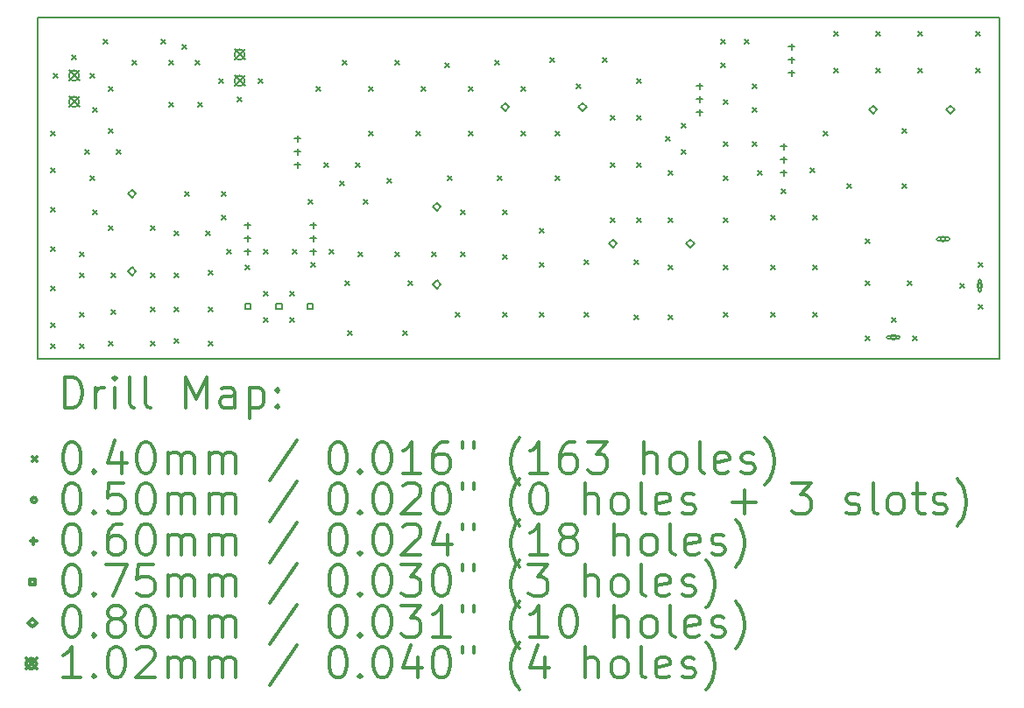
<source format=gbr>
%FSLAX45Y45*%
G04 Gerber Fmt 4.5, Leading zero omitted, Abs format (unit mm)*
G04 Created by KiCad (PCBNEW 4.0.1-stable) date 1/7/2016 8:57:13 PM*
%MOMM*%
G01*
G04 APERTURE LIST*
%ADD10C,0.127000*%
%ADD11C,0.150000*%
%ADD12C,0.200000*%
%ADD13C,0.300000*%
G04 APERTURE END LIST*
D10*
D11*
X2362200Y-12141200D02*
X8280400Y-12141200D01*
X2362200Y-12014200D02*
X2362200Y-12141200D01*
X2362200Y-8839200D02*
X2362200Y-12014200D01*
X11658600Y-8839200D02*
X2362200Y-8839200D01*
X11658600Y-12141200D02*
X11658600Y-8839200D01*
X8280400Y-12141200D02*
X11658600Y-12141200D01*
D12*
X2494600Y-9936800D02*
X2534600Y-9976800D01*
X2534600Y-9936800D02*
X2494600Y-9976800D01*
X2494600Y-10292400D02*
X2534600Y-10332400D01*
X2534600Y-10292400D02*
X2494600Y-10332400D01*
X2494600Y-10673400D02*
X2534600Y-10713400D01*
X2534600Y-10673400D02*
X2494600Y-10713400D01*
X2494600Y-11054400D02*
X2534600Y-11094400D01*
X2534600Y-11054400D02*
X2494600Y-11094400D01*
X2494600Y-11435400D02*
X2534600Y-11475400D01*
X2534600Y-11435400D02*
X2494600Y-11475400D01*
X2494600Y-11791000D02*
X2534600Y-11831000D01*
X2534600Y-11791000D02*
X2494600Y-11831000D01*
X2494600Y-11994200D02*
X2534600Y-12034200D01*
X2534600Y-11994200D02*
X2494600Y-12034200D01*
X2520000Y-9378000D02*
X2560000Y-9418000D01*
X2560000Y-9378000D02*
X2520000Y-9418000D01*
X2697800Y-9200200D02*
X2737800Y-9240200D01*
X2737800Y-9200200D02*
X2697800Y-9240200D01*
X2774000Y-11105200D02*
X2814000Y-11145200D01*
X2814000Y-11105200D02*
X2774000Y-11145200D01*
X2774000Y-11308400D02*
X2814000Y-11348400D01*
X2814000Y-11308400D02*
X2774000Y-11348400D01*
X2774000Y-11689400D02*
X2814000Y-11729400D01*
X2814000Y-11689400D02*
X2774000Y-11729400D01*
X2774000Y-11994200D02*
X2814000Y-12034200D01*
X2814000Y-11994200D02*
X2774000Y-12034200D01*
X2824800Y-10114600D02*
X2864800Y-10154600D01*
X2864800Y-10114600D02*
X2824800Y-10154600D01*
X2875600Y-9378000D02*
X2915600Y-9418000D01*
X2915600Y-9378000D02*
X2875600Y-9418000D01*
X2875600Y-10368600D02*
X2915600Y-10408600D01*
X2915600Y-10368600D02*
X2875600Y-10408600D01*
X2901000Y-9708200D02*
X2941000Y-9748200D01*
X2941000Y-9708200D02*
X2901000Y-9748200D01*
X2901000Y-10698800D02*
X2941000Y-10738800D01*
X2941000Y-10698800D02*
X2901000Y-10738800D01*
X3002600Y-9047800D02*
X3042600Y-9087800D01*
X3042600Y-9047800D02*
X3002600Y-9087800D01*
X3053400Y-9505000D02*
X3093400Y-9545000D01*
X3093400Y-9505000D02*
X3053400Y-9545000D01*
X3053400Y-9911400D02*
X3093400Y-9951400D01*
X3093400Y-9911400D02*
X3053400Y-9951400D01*
X3053400Y-10851200D02*
X3093400Y-10891200D01*
X3093400Y-10851200D02*
X3053400Y-10891200D01*
X3053400Y-11968800D02*
X3093400Y-12008800D01*
X3093400Y-11968800D02*
X3053400Y-12008800D01*
X3078800Y-11308400D02*
X3118800Y-11348400D01*
X3118800Y-11308400D02*
X3078800Y-11348400D01*
X3078800Y-11664000D02*
X3118800Y-11704000D01*
X3118800Y-11664000D02*
X3078800Y-11704000D01*
X3129600Y-10114600D02*
X3169600Y-10154600D01*
X3169600Y-10114600D02*
X3129600Y-10154600D01*
X3282000Y-9251000D02*
X3322000Y-9291000D01*
X3322000Y-9251000D02*
X3282000Y-9291000D01*
X3459800Y-10851200D02*
X3499800Y-10891200D01*
X3499800Y-10851200D02*
X3459800Y-10891200D01*
X3459800Y-11308400D02*
X3499800Y-11348400D01*
X3499800Y-11308400D02*
X3459800Y-11348400D01*
X3459800Y-11638600D02*
X3499800Y-11678600D01*
X3499800Y-11638600D02*
X3459800Y-11678600D01*
X3459800Y-11968800D02*
X3499800Y-12008800D01*
X3499800Y-11968800D02*
X3459800Y-12008800D01*
X3561400Y-9047800D02*
X3601400Y-9087800D01*
X3601400Y-9047800D02*
X3561400Y-9087800D01*
X3637600Y-9251000D02*
X3677600Y-9291000D01*
X3677600Y-9251000D02*
X3637600Y-9291000D01*
X3637600Y-9657400D02*
X3677600Y-9697400D01*
X3677600Y-9657400D02*
X3637600Y-9697400D01*
X3688400Y-10902000D02*
X3728400Y-10942000D01*
X3728400Y-10902000D02*
X3688400Y-10942000D01*
X3688400Y-11308400D02*
X3728400Y-11348400D01*
X3728400Y-11308400D02*
X3688400Y-11348400D01*
X3688400Y-11638600D02*
X3728400Y-11678600D01*
X3728400Y-11638600D02*
X3688400Y-11678600D01*
X3688400Y-11943400D02*
X3728400Y-11983400D01*
X3728400Y-11943400D02*
X3688400Y-11983400D01*
X3764600Y-9098600D02*
X3804600Y-9138600D01*
X3804600Y-9098600D02*
X3764600Y-9138600D01*
X3790000Y-10521000D02*
X3830000Y-10561000D01*
X3830000Y-10521000D02*
X3790000Y-10561000D01*
X3891600Y-9251000D02*
X3931600Y-9291000D01*
X3931600Y-9251000D02*
X3891600Y-9291000D01*
X3917000Y-9657400D02*
X3957000Y-9697400D01*
X3957000Y-9657400D02*
X3917000Y-9697400D01*
X3993200Y-10902000D02*
X4033200Y-10942000D01*
X4033200Y-10902000D02*
X3993200Y-10942000D01*
X4018600Y-11283000D02*
X4058600Y-11323000D01*
X4058600Y-11283000D02*
X4018600Y-11323000D01*
X4018600Y-11638600D02*
X4058600Y-11678600D01*
X4058600Y-11638600D02*
X4018600Y-11678600D01*
X4018600Y-11968800D02*
X4058600Y-12008800D01*
X4058600Y-11968800D02*
X4018600Y-12008800D01*
X4120200Y-9428800D02*
X4160200Y-9468800D01*
X4160200Y-9428800D02*
X4120200Y-9468800D01*
X4145600Y-10521000D02*
X4185600Y-10561000D01*
X4185600Y-10521000D02*
X4145600Y-10561000D01*
X4145600Y-10749600D02*
X4185600Y-10789600D01*
X4185600Y-10749600D02*
X4145600Y-10789600D01*
X4196400Y-11079800D02*
X4236400Y-11119800D01*
X4236400Y-11079800D02*
X4196400Y-11119800D01*
X4298000Y-9606600D02*
X4338000Y-9646600D01*
X4338000Y-9606600D02*
X4298000Y-9646600D01*
X4374200Y-11232200D02*
X4414200Y-11272200D01*
X4414200Y-11232200D02*
X4374200Y-11272200D01*
X4501200Y-9428800D02*
X4541200Y-9468800D01*
X4541200Y-9428800D02*
X4501200Y-9468800D01*
X4552000Y-11079800D02*
X4592000Y-11119800D01*
X4592000Y-11079800D02*
X4552000Y-11119800D01*
X4552000Y-11486200D02*
X4592000Y-11526200D01*
X4592000Y-11486200D02*
X4552000Y-11526200D01*
X4552000Y-11740200D02*
X4592000Y-11780200D01*
X4592000Y-11740200D02*
X4552000Y-11780200D01*
X4806000Y-11486200D02*
X4846000Y-11526200D01*
X4846000Y-11486200D02*
X4806000Y-11526200D01*
X4806000Y-11740200D02*
X4846000Y-11780200D01*
X4846000Y-11740200D02*
X4806000Y-11780200D01*
X4831400Y-11079800D02*
X4871400Y-11119800D01*
X4871400Y-11079800D02*
X4831400Y-11119800D01*
X4983800Y-10597200D02*
X5023800Y-10637200D01*
X5023800Y-10597200D02*
X4983800Y-10637200D01*
X5009200Y-11206800D02*
X5049200Y-11246800D01*
X5049200Y-11206800D02*
X5009200Y-11246800D01*
X5060000Y-9505000D02*
X5100000Y-9545000D01*
X5100000Y-9505000D02*
X5060000Y-9545000D01*
X5136200Y-10241600D02*
X5176200Y-10281600D01*
X5176200Y-10241600D02*
X5136200Y-10281600D01*
X5187000Y-11079800D02*
X5227000Y-11119800D01*
X5227000Y-11079800D02*
X5187000Y-11119800D01*
X5288600Y-10419400D02*
X5328600Y-10459400D01*
X5328600Y-10419400D02*
X5288600Y-10459400D01*
X5314000Y-9251000D02*
X5354000Y-9291000D01*
X5354000Y-9251000D02*
X5314000Y-9291000D01*
X5339400Y-11384600D02*
X5379400Y-11424600D01*
X5379400Y-11384600D02*
X5339400Y-11424600D01*
X5364800Y-11867200D02*
X5404800Y-11907200D01*
X5404800Y-11867200D02*
X5364800Y-11907200D01*
X5441000Y-10241600D02*
X5481000Y-10281600D01*
X5481000Y-10241600D02*
X5441000Y-10281600D01*
X5466400Y-11105200D02*
X5506400Y-11145200D01*
X5506400Y-11105200D02*
X5466400Y-11145200D01*
X5517200Y-10597200D02*
X5557200Y-10637200D01*
X5557200Y-10597200D02*
X5517200Y-10637200D01*
X5568000Y-9505000D02*
X5608000Y-9545000D01*
X5608000Y-9505000D02*
X5568000Y-9545000D01*
X5568000Y-9936800D02*
X5608000Y-9976800D01*
X5608000Y-9936800D02*
X5568000Y-9976800D01*
X5745800Y-10394000D02*
X5785800Y-10434000D01*
X5785800Y-10394000D02*
X5745800Y-10434000D01*
X5822000Y-9251000D02*
X5862000Y-9291000D01*
X5862000Y-9251000D02*
X5822000Y-9291000D01*
X5822000Y-11105200D02*
X5862000Y-11145200D01*
X5862000Y-11105200D02*
X5822000Y-11145200D01*
X5898200Y-11867200D02*
X5938200Y-11907200D01*
X5938200Y-11867200D02*
X5898200Y-11907200D01*
X5949000Y-11384600D02*
X5989000Y-11424600D01*
X5989000Y-11384600D02*
X5949000Y-11424600D01*
X6025200Y-9936800D02*
X6065200Y-9976800D01*
X6065200Y-9936800D02*
X6025200Y-9976800D01*
X6076000Y-9505000D02*
X6116000Y-9545000D01*
X6116000Y-9505000D02*
X6076000Y-9545000D01*
X6177600Y-11105200D02*
X6217600Y-11145200D01*
X6217600Y-11105200D02*
X6177600Y-11145200D01*
X6304600Y-9276400D02*
X6344600Y-9316400D01*
X6344600Y-9276400D02*
X6304600Y-9316400D01*
X6330000Y-10368600D02*
X6370000Y-10408600D01*
X6370000Y-10368600D02*
X6330000Y-10408600D01*
X6406200Y-11689400D02*
X6446200Y-11729400D01*
X6446200Y-11689400D02*
X6406200Y-11729400D01*
X6457000Y-10698800D02*
X6497000Y-10738800D01*
X6497000Y-10698800D02*
X6457000Y-10738800D01*
X6457000Y-11105200D02*
X6497000Y-11145200D01*
X6497000Y-11105200D02*
X6457000Y-11145200D01*
X6533200Y-9505000D02*
X6573200Y-9545000D01*
X6573200Y-9505000D02*
X6533200Y-9545000D01*
X6533200Y-9936800D02*
X6573200Y-9976800D01*
X6573200Y-9936800D02*
X6533200Y-9976800D01*
X6787200Y-9251000D02*
X6827200Y-9291000D01*
X6827200Y-9251000D02*
X6787200Y-9291000D01*
X6812600Y-10368600D02*
X6852600Y-10408600D01*
X6852600Y-10368600D02*
X6812600Y-10408600D01*
X6863400Y-10698800D02*
X6903400Y-10738800D01*
X6903400Y-10698800D02*
X6863400Y-10738800D01*
X6863400Y-11130600D02*
X6903400Y-11170600D01*
X6903400Y-11130600D02*
X6863400Y-11170600D01*
X6863400Y-11689400D02*
X6903400Y-11729400D01*
X6903400Y-11689400D02*
X6863400Y-11729400D01*
X7041200Y-9505000D02*
X7081200Y-9545000D01*
X7081200Y-9505000D02*
X7041200Y-9545000D01*
X7041200Y-9936800D02*
X7081200Y-9976800D01*
X7081200Y-9936800D02*
X7041200Y-9976800D01*
X7219000Y-10876600D02*
X7259000Y-10916600D01*
X7259000Y-10876600D02*
X7219000Y-10916600D01*
X7219000Y-11206800D02*
X7259000Y-11246800D01*
X7259000Y-11206800D02*
X7219000Y-11246800D01*
X7219000Y-11689400D02*
X7259000Y-11729400D01*
X7259000Y-11689400D02*
X7219000Y-11729400D01*
X7320600Y-9225600D02*
X7360600Y-9265600D01*
X7360600Y-9225600D02*
X7320600Y-9265600D01*
X7371400Y-9936800D02*
X7411400Y-9976800D01*
X7411400Y-9936800D02*
X7371400Y-9976800D01*
X7371400Y-10368600D02*
X7411400Y-10408600D01*
X7411400Y-10368600D02*
X7371400Y-10408600D01*
X7574600Y-9479600D02*
X7614600Y-9519600D01*
X7614600Y-9479600D02*
X7574600Y-9519600D01*
X7650800Y-11181400D02*
X7690800Y-11221400D01*
X7690800Y-11181400D02*
X7650800Y-11221400D01*
X7650800Y-11689400D02*
X7690800Y-11729400D01*
X7690800Y-11689400D02*
X7650800Y-11729400D01*
X7828600Y-9225600D02*
X7868600Y-9265600D01*
X7868600Y-9225600D02*
X7828600Y-9265600D01*
X7904800Y-9784400D02*
X7944800Y-9824400D01*
X7944800Y-9784400D02*
X7904800Y-9824400D01*
X7904800Y-10241600D02*
X7944800Y-10281600D01*
X7944800Y-10241600D02*
X7904800Y-10281600D01*
X7904800Y-10775000D02*
X7944800Y-10815000D01*
X7944800Y-10775000D02*
X7904800Y-10815000D01*
X8133400Y-11181400D02*
X8173400Y-11221400D01*
X8173400Y-11181400D02*
X8133400Y-11221400D01*
X8133400Y-11714800D02*
X8173400Y-11754800D01*
X8173400Y-11714800D02*
X8133400Y-11754800D01*
X8158800Y-9428800D02*
X8198800Y-9468800D01*
X8198800Y-9428800D02*
X8158800Y-9468800D01*
X8158800Y-9784400D02*
X8198800Y-9824400D01*
X8198800Y-9784400D02*
X8158800Y-9824400D01*
X8158800Y-10241600D02*
X8198800Y-10281600D01*
X8198800Y-10241600D02*
X8158800Y-10281600D01*
X8158800Y-10775000D02*
X8198800Y-10815000D01*
X8198800Y-10775000D02*
X8158800Y-10815000D01*
X8438200Y-9987600D02*
X8478200Y-10027600D01*
X8478200Y-9987600D02*
X8438200Y-10027600D01*
X8463600Y-10317800D02*
X8503600Y-10357800D01*
X8503600Y-10317800D02*
X8463600Y-10357800D01*
X8463600Y-10775000D02*
X8503600Y-10815000D01*
X8503600Y-10775000D02*
X8463600Y-10815000D01*
X8463600Y-11232200D02*
X8503600Y-11272200D01*
X8503600Y-11232200D02*
X8463600Y-11272200D01*
X8463600Y-11714800D02*
X8503600Y-11754800D01*
X8503600Y-11714800D02*
X8463600Y-11754800D01*
X8590600Y-9860600D02*
X8630600Y-9900600D01*
X8630600Y-9860600D02*
X8590600Y-9900600D01*
X8590600Y-10114600D02*
X8630600Y-10154600D01*
X8630600Y-10114600D02*
X8590600Y-10154600D01*
X8971600Y-9047800D02*
X9011600Y-9087800D01*
X9011600Y-9047800D02*
X8971600Y-9087800D01*
X8971600Y-9276400D02*
X9011600Y-9316400D01*
X9011600Y-9276400D02*
X8971600Y-9316400D01*
X8997000Y-9632000D02*
X9037000Y-9672000D01*
X9037000Y-9632000D02*
X8997000Y-9672000D01*
X8997000Y-10038400D02*
X9037000Y-10078400D01*
X9037000Y-10038400D02*
X8997000Y-10078400D01*
X8997000Y-10368600D02*
X9037000Y-10408600D01*
X9037000Y-10368600D02*
X8997000Y-10408600D01*
X8997000Y-10775000D02*
X9037000Y-10815000D01*
X9037000Y-10775000D02*
X8997000Y-10815000D01*
X8997000Y-11232200D02*
X9037000Y-11272200D01*
X9037000Y-11232200D02*
X8997000Y-11272200D01*
X8997000Y-11689400D02*
X9037000Y-11729400D01*
X9037000Y-11689400D02*
X8997000Y-11729400D01*
X9200200Y-9047800D02*
X9240200Y-9087800D01*
X9240200Y-9047800D02*
X9200200Y-9087800D01*
X9276400Y-9479600D02*
X9316400Y-9519600D01*
X9316400Y-9479600D02*
X9276400Y-9519600D01*
X9276400Y-9708200D02*
X9316400Y-9748200D01*
X9316400Y-9708200D02*
X9276400Y-9748200D01*
X9276400Y-10038400D02*
X9316400Y-10078400D01*
X9316400Y-10038400D02*
X9276400Y-10078400D01*
X9327200Y-10317800D02*
X9367200Y-10357800D01*
X9367200Y-10317800D02*
X9327200Y-10357800D01*
X9454200Y-10749600D02*
X9494200Y-10789600D01*
X9494200Y-10749600D02*
X9454200Y-10789600D01*
X9454200Y-11232200D02*
X9494200Y-11272200D01*
X9494200Y-11232200D02*
X9454200Y-11272200D01*
X9454200Y-11689400D02*
X9494200Y-11729400D01*
X9494200Y-11689400D02*
X9454200Y-11729400D01*
X9555800Y-10495600D02*
X9595800Y-10535600D01*
X9595800Y-10495600D02*
X9555800Y-10535600D01*
X9835200Y-10292400D02*
X9875200Y-10332400D01*
X9875200Y-10292400D02*
X9835200Y-10332400D01*
X9860600Y-10749600D02*
X9900600Y-10789600D01*
X9900600Y-10749600D02*
X9860600Y-10789600D01*
X9860600Y-11232200D02*
X9900600Y-11272200D01*
X9900600Y-11232200D02*
X9860600Y-11272200D01*
X9860600Y-11689400D02*
X9900600Y-11729400D01*
X9900600Y-11689400D02*
X9860600Y-11729400D01*
X9962200Y-9936800D02*
X10002200Y-9976800D01*
X10002200Y-9936800D02*
X9962200Y-9976800D01*
X10063800Y-8971600D02*
X10103800Y-9011600D01*
X10103800Y-8971600D02*
X10063800Y-9011600D01*
X10063800Y-9327200D02*
X10103800Y-9367200D01*
X10103800Y-9327200D02*
X10063800Y-9367200D01*
X10190800Y-10444800D02*
X10230800Y-10484800D01*
X10230800Y-10444800D02*
X10190800Y-10484800D01*
X10368600Y-10978200D02*
X10408600Y-11018200D01*
X10408600Y-10978200D02*
X10368600Y-11018200D01*
X10368600Y-11384600D02*
X10408600Y-11424600D01*
X10408600Y-11384600D02*
X10368600Y-11424600D01*
X10368600Y-11918000D02*
X10408600Y-11958000D01*
X10408600Y-11918000D02*
X10368600Y-11958000D01*
X10470200Y-8971600D02*
X10510200Y-9011600D01*
X10510200Y-8971600D02*
X10470200Y-9011600D01*
X10470200Y-9327200D02*
X10510200Y-9367200D01*
X10510200Y-9327200D02*
X10470200Y-9367200D01*
X10622600Y-11740200D02*
X10662600Y-11780200D01*
X10662600Y-11740200D02*
X10622600Y-11780200D01*
X10724200Y-9911400D02*
X10764200Y-9951400D01*
X10764200Y-9911400D02*
X10724200Y-9951400D01*
X10724200Y-10444800D02*
X10764200Y-10484800D01*
X10764200Y-10444800D02*
X10724200Y-10484800D01*
X10775000Y-11384600D02*
X10815000Y-11424600D01*
X10815000Y-11384600D02*
X10775000Y-11424600D01*
X10825800Y-11918000D02*
X10865800Y-11958000D01*
X10865800Y-11918000D02*
X10825800Y-11958000D01*
X10876600Y-8971600D02*
X10916600Y-9011600D01*
X10916600Y-8971600D02*
X10876600Y-9011600D01*
X10876600Y-9327200D02*
X10916600Y-9367200D01*
X10916600Y-9327200D02*
X10876600Y-9367200D01*
X11283000Y-11410000D02*
X11323000Y-11450000D01*
X11323000Y-11410000D02*
X11283000Y-11450000D01*
X11435400Y-8971600D02*
X11475400Y-9011600D01*
X11475400Y-8971600D02*
X11435400Y-9011600D01*
X11435400Y-9327200D02*
X11475400Y-9367200D01*
X11475400Y-9327200D02*
X11435400Y-9367200D01*
X11460800Y-11206800D02*
X11500800Y-11246800D01*
X11500800Y-11206800D02*
X11460800Y-11246800D01*
X11460800Y-11613200D02*
X11500800Y-11653200D01*
X11500800Y-11613200D02*
X11460800Y-11653200D01*
X10662400Y-11930000D02*
G75*
G03X10662400Y-11930000I-25000J0D01*
G01*
X10587400Y-11945000D02*
X10687400Y-11945000D01*
X10587400Y-11915000D02*
X10687400Y-11915000D01*
X10687400Y-11945000D02*
G75*
G03X10687400Y-11915000I0J15000D01*
G01*
X10587400Y-11915000D02*
G75*
G03X10587400Y-11945000I0J-15000D01*
G01*
X11142400Y-10980000D02*
G75*
G03X11142400Y-10980000I-25000J0D01*
G01*
X11067400Y-10995000D02*
X11167400Y-10995000D01*
X11067400Y-10965000D02*
X11167400Y-10965000D01*
X11167400Y-10995000D02*
G75*
G03X11167400Y-10965000I0J15000D01*
G01*
X11067400Y-10965000D02*
G75*
G03X11067400Y-10995000I0J-15000D01*
G01*
X11497400Y-11430000D02*
G75*
G03X11497400Y-11430000I-25000J0D01*
G01*
X11457400Y-11380000D02*
X11457400Y-11480000D01*
X11487400Y-11380000D02*
X11487400Y-11480000D01*
X11457400Y-11480000D02*
G75*
G03X11487400Y-11480000I15000J0D01*
G01*
X11487400Y-11380000D02*
G75*
G03X11457400Y-11380000I-15000J0D01*
G01*
X4394200Y-10815800D02*
X4394200Y-10875800D01*
X4364200Y-10845800D02*
X4424200Y-10845800D01*
X4394200Y-10942800D02*
X4394200Y-11002800D01*
X4364200Y-10972800D02*
X4424200Y-10972800D01*
X4394200Y-11069800D02*
X4394200Y-11129800D01*
X4364200Y-11099800D02*
X4424200Y-11099800D01*
X4876800Y-9977600D02*
X4876800Y-10037600D01*
X4846800Y-10007600D02*
X4906800Y-10007600D01*
X4876800Y-10104600D02*
X4876800Y-10164600D01*
X4846800Y-10134600D02*
X4906800Y-10134600D01*
X4876800Y-10231600D02*
X4876800Y-10291600D01*
X4846800Y-10261600D02*
X4906800Y-10261600D01*
X5029200Y-10815800D02*
X5029200Y-10875800D01*
X4999200Y-10845800D02*
X5059200Y-10845800D01*
X5029200Y-10942800D02*
X5029200Y-11002800D01*
X4999200Y-10972800D02*
X5059200Y-10972800D01*
X5029200Y-11069800D02*
X5029200Y-11129800D01*
X4999200Y-11099800D02*
X5059200Y-11099800D01*
X8763000Y-9469600D02*
X8763000Y-9529600D01*
X8733000Y-9499600D02*
X8793000Y-9499600D01*
X8763000Y-9596600D02*
X8763000Y-9656600D01*
X8733000Y-9626600D02*
X8793000Y-9626600D01*
X8763000Y-9723600D02*
X8763000Y-9783600D01*
X8733000Y-9753600D02*
X8793000Y-9753600D01*
X9575800Y-10053800D02*
X9575800Y-10113800D01*
X9545800Y-10083800D02*
X9605800Y-10083800D01*
X9575800Y-10180800D02*
X9575800Y-10240800D01*
X9545800Y-10210800D02*
X9605800Y-10210800D01*
X9575800Y-10307800D02*
X9575800Y-10367800D01*
X9545800Y-10337800D02*
X9605800Y-10337800D01*
X9652000Y-9088600D02*
X9652000Y-9148600D01*
X9622000Y-9118600D02*
X9682000Y-9118600D01*
X9652000Y-9215600D02*
X9652000Y-9275600D01*
X9622000Y-9245600D02*
X9682000Y-9245600D01*
X9652000Y-9342600D02*
X9652000Y-9402600D01*
X9622000Y-9372600D02*
X9682000Y-9372600D01*
X4425517Y-11659717D02*
X4425517Y-11606683D01*
X4372483Y-11606683D01*
X4372483Y-11659717D01*
X4425517Y-11659717D01*
X4725517Y-11659717D02*
X4725517Y-11606683D01*
X4672483Y-11606683D01*
X4672483Y-11659717D01*
X4725517Y-11659717D01*
X5025517Y-11659717D02*
X5025517Y-11606683D01*
X4972483Y-11606683D01*
X4972483Y-11659717D01*
X5025517Y-11659717D01*
X3276600Y-10581000D02*
X3316600Y-10541000D01*
X3276600Y-10501000D01*
X3236600Y-10541000D01*
X3276600Y-10581000D01*
X3276600Y-11331000D02*
X3316600Y-11291000D01*
X3276600Y-11251000D01*
X3236600Y-11291000D01*
X3276600Y-11331000D01*
X6223000Y-10708000D02*
X6263000Y-10668000D01*
X6223000Y-10628000D01*
X6183000Y-10668000D01*
X6223000Y-10708000D01*
X6223000Y-11458000D02*
X6263000Y-11418000D01*
X6223000Y-11378000D01*
X6183000Y-11418000D01*
X6223000Y-11458000D01*
X6883400Y-9742800D02*
X6923400Y-9702800D01*
X6883400Y-9662800D01*
X6843400Y-9702800D01*
X6883400Y-9742800D01*
X7633400Y-9742800D02*
X7673400Y-9702800D01*
X7633400Y-9662800D01*
X7593400Y-9702800D01*
X7633400Y-9742800D01*
X7924800Y-11063600D02*
X7964800Y-11023600D01*
X7924800Y-10983600D01*
X7884800Y-11023600D01*
X7924800Y-11063600D01*
X8674800Y-11063600D02*
X8714800Y-11023600D01*
X8674800Y-10983600D01*
X8634800Y-11023600D01*
X8674800Y-11063600D01*
X10439400Y-9768200D02*
X10479400Y-9728200D01*
X10439400Y-9688200D01*
X10399400Y-9728200D01*
X10439400Y-9768200D01*
X11189400Y-9768200D02*
X11229400Y-9728200D01*
X11189400Y-9688200D01*
X11149400Y-9728200D01*
X11189400Y-9768200D01*
X2667000Y-9347200D02*
X2768600Y-9448800D01*
X2768600Y-9347200D02*
X2667000Y-9448800D01*
X2768600Y-9398000D02*
G75*
G03X2768600Y-9398000I-50800J0D01*
G01*
X2667000Y-9601200D02*
X2768600Y-9702800D01*
X2768600Y-9601200D02*
X2667000Y-9702800D01*
X2768600Y-9652000D02*
G75*
G03X2768600Y-9652000I-50800J0D01*
G01*
X4267200Y-9144000D02*
X4368800Y-9245600D01*
X4368800Y-9144000D02*
X4267200Y-9245600D01*
X4368800Y-9194800D02*
G75*
G03X4368800Y-9194800I-50800J0D01*
G01*
X4267200Y-9398000D02*
X4368800Y-9499600D01*
X4368800Y-9398000D02*
X4267200Y-9499600D01*
X4368800Y-9448800D02*
G75*
G03X4368800Y-9448800I-50800J0D01*
G01*
D13*
X2626129Y-12614414D02*
X2626129Y-12314414D01*
X2697557Y-12314414D01*
X2740414Y-12328700D01*
X2768986Y-12357271D01*
X2783271Y-12385843D01*
X2797557Y-12442986D01*
X2797557Y-12485843D01*
X2783271Y-12542986D01*
X2768986Y-12571557D01*
X2740414Y-12600129D01*
X2697557Y-12614414D01*
X2626129Y-12614414D01*
X2926128Y-12614414D02*
X2926128Y-12414414D01*
X2926128Y-12471557D02*
X2940414Y-12442986D01*
X2954700Y-12428700D01*
X2983271Y-12414414D01*
X3011843Y-12414414D01*
X3111843Y-12614414D02*
X3111843Y-12414414D01*
X3111843Y-12314414D02*
X3097557Y-12328700D01*
X3111843Y-12342986D01*
X3126128Y-12328700D01*
X3111843Y-12314414D01*
X3111843Y-12342986D01*
X3297557Y-12614414D02*
X3268986Y-12600129D01*
X3254700Y-12571557D01*
X3254700Y-12314414D01*
X3454700Y-12614414D02*
X3426128Y-12600129D01*
X3411843Y-12571557D01*
X3411843Y-12314414D01*
X3797557Y-12614414D02*
X3797557Y-12314414D01*
X3897557Y-12528700D01*
X3997557Y-12314414D01*
X3997557Y-12614414D01*
X4268986Y-12614414D02*
X4268986Y-12457271D01*
X4254700Y-12428700D01*
X4226129Y-12414414D01*
X4168986Y-12414414D01*
X4140414Y-12428700D01*
X4268986Y-12600129D02*
X4240414Y-12614414D01*
X4168986Y-12614414D01*
X4140414Y-12600129D01*
X4126128Y-12571557D01*
X4126128Y-12542986D01*
X4140414Y-12514414D01*
X4168986Y-12500129D01*
X4240414Y-12500129D01*
X4268986Y-12485843D01*
X4411843Y-12414414D02*
X4411843Y-12714414D01*
X4411843Y-12428700D02*
X4440414Y-12414414D01*
X4497557Y-12414414D01*
X4526129Y-12428700D01*
X4540414Y-12442986D01*
X4554700Y-12471557D01*
X4554700Y-12557271D01*
X4540414Y-12585843D01*
X4526129Y-12600129D01*
X4497557Y-12614414D01*
X4440414Y-12614414D01*
X4411843Y-12600129D01*
X4683271Y-12585843D02*
X4697557Y-12600129D01*
X4683271Y-12614414D01*
X4668986Y-12600129D01*
X4683271Y-12585843D01*
X4683271Y-12614414D01*
X4683271Y-12428700D02*
X4697557Y-12442986D01*
X4683271Y-12457271D01*
X4668986Y-12442986D01*
X4683271Y-12428700D01*
X4683271Y-12457271D01*
X2314700Y-13088700D02*
X2354700Y-13128700D01*
X2354700Y-13088700D02*
X2314700Y-13128700D01*
X2683271Y-12944414D02*
X2711843Y-12944414D01*
X2740414Y-12958700D01*
X2754700Y-12972986D01*
X2768986Y-13001557D01*
X2783271Y-13058700D01*
X2783271Y-13130129D01*
X2768986Y-13187271D01*
X2754700Y-13215843D01*
X2740414Y-13230129D01*
X2711843Y-13244414D01*
X2683271Y-13244414D01*
X2654700Y-13230129D01*
X2640414Y-13215843D01*
X2626129Y-13187271D01*
X2611843Y-13130129D01*
X2611843Y-13058700D01*
X2626129Y-13001557D01*
X2640414Y-12972986D01*
X2654700Y-12958700D01*
X2683271Y-12944414D01*
X2911843Y-13215843D02*
X2926128Y-13230129D01*
X2911843Y-13244414D01*
X2897557Y-13230129D01*
X2911843Y-13215843D01*
X2911843Y-13244414D01*
X3183271Y-13044414D02*
X3183271Y-13244414D01*
X3111843Y-12930129D02*
X3040414Y-13144414D01*
X3226128Y-13144414D01*
X3397557Y-12944414D02*
X3426128Y-12944414D01*
X3454700Y-12958700D01*
X3468986Y-12972986D01*
X3483271Y-13001557D01*
X3497557Y-13058700D01*
X3497557Y-13130129D01*
X3483271Y-13187271D01*
X3468986Y-13215843D01*
X3454700Y-13230129D01*
X3426128Y-13244414D01*
X3397557Y-13244414D01*
X3368986Y-13230129D01*
X3354700Y-13215843D01*
X3340414Y-13187271D01*
X3326128Y-13130129D01*
X3326128Y-13058700D01*
X3340414Y-13001557D01*
X3354700Y-12972986D01*
X3368986Y-12958700D01*
X3397557Y-12944414D01*
X3626128Y-13244414D02*
X3626128Y-13044414D01*
X3626128Y-13072986D02*
X3640414Y-13058700D01*
X3668986Y-13044414D01*
X3711843Y-13044414D01*
X3740414Y-13058700D01*
X3754700Y-13087271D01*
X3754700Y-13244414D01*
X3754700Y-13087271D02*
X3768986Y-13058700D01*
X3797557Y-13044414D01*
X3840414Y-13044414D01*
X3868986Y-13058700D01*
X3883271Y-13087271D01*
X3883271Y-13244414D01*
X4026128Y-13244414D02*
X4026128Y-13044414D01*
X4026128Y-13072986D02*
X4040414Y-13058700D01*
X4068986Y-13044414D01*
X4111843Y-13044414D01*
X4140414Y-13058700D01*
X4154700Y-13087271D01*
X4154700Y-13244414D01*
X4154700Y-13087271D02*
X4168986Y-13058700D01*
X4197557Y-13044414D01*
X4240414Y-13044414D01*
X4268986Y-13058700D01*
X4283271Y-13087271D01*
X4283271Y-13244414D01*
X4868986Y-12930129D02*
X4611843Y-13315843D01*
X5254700Y-12944414D02*
X5283271Y-12944414D01*
X5311843Y-12958700D01*
X5326128Y-12972986D01*
X5340414Y-13001557D01*
X5354700Y-13058700D01*
X5354700Y-13130129D01*
X5340414Y-13187271D01*
X5326128Y-13215843D01*
X5311843Y-13230129D01*
X5283271Y-13244414D01*
X5254700Y-13244414D01*
X5226128Y-13230129D01*
X5211843Y-13215843D01*
X5197557Y-13187271D01*
X5183271Y-13130129D01*
X5183271Y-13058700D01*
X5197557Y-13001557D01*
X5211843Y-12972986D01*
X5226128Y-12958700D01*
X5254700Y-12944414D01*
X5483271Y-13215843D02*
X5497557Y-13230129D01*
X5483271Y-13244414D01*
X5468986Y-13230129D01*
X5483271Y-13215843D01*
X5483271Y-13244414D01*
X5683271Y-12944414D02*
X5711843Y-12944414D01*
X5740414Y-12958700D01*
X5754700Y-12972986D01*
X5768985Y-13001557D01*
X5783271Y-13058700D01*
X5783271Y-13130129D01*
X5768985Y-13187271D01*
X5754700Y-13215843D01*
X5740414Y-13230129D01*
X5711843Y-13244414D01*
X5683271Y-13244414D01*
X5654700Y-13230129D01*
X5640414Y-13215843D01*
X5626128Y-13187271D01*
X5611843Y-13130129D01*
X5611843Y-13058700D01*
X5626128Y-13001557D01*
X5640414Y-12972986D01*
X5654700Y-12958700D01*
X5683271Y-12944414D01*
X6068985Y-13244414D02*
X5897557Y-13244414D01*
X5983271Y-13244414D02*
X5983271Y-12944414D01*
X5954700Y-12987271D01*
X5926128Y-13015843D01*
X5897557Y-13030129D01*
X6326128Y-12944414D02*
X6268985Y-12944414D01*
X6240414Y-12958700D01*
X6226128Y-12972986D01*
X6197557Y-13015843D01*
X6183271Y-13072986D01*
X6183271Y-13187271D01*
X6197557Y-13215843D01*
X6211843Y-13230129D01*
X6240414Y-13244414D01*
X6297557Y-13244414D01*
X6326128Y-13230129D01*
X6340414Y-13215843D01*
X6354700Y-13187271D01*
X6354700Y-13115843D01*
X6340414Y-13087271D01*
X6326128Y-13072986D01*
X6297557Y-13058700D01*
X6240414Y-13058700D01*
X6211843Y-13072986D01*
X6197557Y-13087271D01*
X6183271Y-13115843D01*
X6468986Y-12944414D02*
X6468986Y-13001557D01*
X6583271Y-12944414D02*
X6583271Y-13001557D01*
X7026128Y-13358700D02*
X7011843Y-13344414D01*
X6983271Y-13301557D01*
X6968985Y-13272986D01*
X6954700Y-13230129D01*
X6940414Y-13158700D01*
X6940414Y-13101557D01*
X6954700Y-13030129D01*
X6968985Y-12987271D01*
X6983271Y-12958700D01*
X7011843Y-12915843D01*
X7026128Y-12901557D01*
X7297557Y-13244414D02*
X7126128Y-13244414D01*
X7211843Y-13244414D02*
X7211843Y-12944414D01*
X7183271Y-12987271D01*
X7154700Y-13015843D01*
X7126128Y-13030129D01*
X7554700Y-12944414D02*
X7497557Y-12944414D01*
X7468985Y-12958700D01*
X7454700Y-12972986D01*
X7426128Y-13015843D01*
X7411843Y-13072986D01*
X7411843Y-13187271D01*
X7426128Y-13215843D01*
X7440414Y-13230129D01*
X7468985Y-13244414D01*
X7526128Y-13244414D01*
X7554700Y-13230129D01*
X7568985Y-13215843D01*
X7583271Y-13187271D01*
X7583271Y-13115843D01*
X7568985Y-13087271D01*
X7554700Y-13072986D01*
X7526128Y-13058700D01*
X7468985Y-13058700D01*
X7440414Y-13072986D01*
X7426128Y-13087271D01*
X7411843Y-13115843D01*
X7683271Y-12944414D02*
X7868985Y-12944414D01*
X7768985Y-13058700D01*
X7811843Y-13058700D01*
X7840414Y-13072986D01*
X7854700Y-13087271D01*
X7868985Y-13115843D01*
X7868985Y-13187271D01*
X7854700Y-13215843D01*
X7840414Y-13230129D01*
X7811843Y-13244414D01*
X7726128Y-13244414D01*
X7697557Y-13230129D01*
X7683271Y-13215843D01*
X8226128Y-13244414D02*
X8226128Y-12944414D01*
X8354700Y-13244414D02*
X8354700Y-13087271D01*
X8340414Y-13058700D01*
X8311843Y-13044414D01*
X8268985Y-13044414D01*
X8240414Y-13058700D01*
X8226128Y-13072986D01*
X8540414Y-13244414D02*
X8511843Y-13230129D01*
X8497557Y-13215843D01*
X8483271Y-13187271D01*
X8483271Y-13101557D01*
X8497557Y-13072986D01*
X8511843Y-13058700D01*
X8540414Y-13044414D01*
X8583271Y-13044414D01*
X8611843Y-13058700D01*
X8626128Y-13072986D01*
X8640414Y-13101557D01*
X8640414Y-13187271D01*
X8626128Y-13215843D01*
X8611843Y-13230129D01*
X8583271Y-13244414D01*
X8540414Y-13244414D01*
X8811843Y-13244414D02*
X8783271Y-13230129D01*
X8768986Y-13201557D01*
X8768986Y-12944414D01*
X9040414Y-13230129D02*
X9011843Y-13244414D01*
X8954700Y-13244414D01*
X8926129Y-13230129D01*
X8911843Y-13201557D01*
X8911843Y-13087271D01*
X8926129Y-13058700D01*
X8954700Y-13044414D01*
X9011843Y-13044414D01*
X9040414Y-13058700D01*
X9054700Y-13087271D01*
X9054700Y-13115843D01*
X8911843Y-13144414D01*
X9168986Y-13230129D02*
X9197557Y-13244414D01*
X9254700Y-13244414D01*
X9283271Y-13230129D01*
X9297557Y-13201557D01*
X9297557Y-13187271D01*
X9283271Y-13158700D01*
X9254700Y-13144414D01*
X9211843Y-13144414D01*
X9183271Y-13130129D01*
X9168986Y-13101557D01*
X9168986Y-13087271D01*
X9183271Y-13058700D01*
X9211843Y-13044414D01*
X9254700Y-13044414D01*
X9283271Y-13058700D01*
X9397557Y-13358700D02*
X9411843Y-13344414D01*
X9440414Y-13301557D01*
X9454700Y-13272986D01*
X9468986Y-13230129D01*
X9483271Y-13158700D01*
X9483271Y-13101557D01*
X9468986Y-13030129D01*
X9454700Y-12987271D01*
X9440414Y-12958700D01*
X9411843Y-12915843D01*
X9397557Y-12901557D01*
X2354700Y-13504700D02*
G75*
G03X2354700Y-13504700I-25000J0D01*
G01*
X2683271Y-13340414D02*
X2711843Y-13340414D01*
X2740414Y-13354700D01*
X2754700Y-13368986D01*
X2768986Y-13397557D01*
X2783271Y-13454700D01*
X2783271Y-13526129D01*
X2768986Y-13583271D01*
X2754700Y-13611843D01*
X2740414Y-13626129D01*
X2711843Y-13640414D01*
X2683271Y-13640414D01*
X2654700Y-13626129D01*
X2640414Y-13611843D01*
X2626129Y-13583271D01*
X2611843Y-13526129D01*
X2611843Y-13454700D01*
X2626129Y-13397557D01*
X2640414Y-13368986D01*
X2654700Y-13354700D01*
X2683271Y-13340414D01*
X2911843Y-13611843D02*
X2926128Y-13626129D01*
X2911843Y-13640414D01*
X2897557Y-13626129D01*
X2911843Y-13611843D01*
X2911843Y-13640414D01*
X3197557Y-13340414D02*
X3054700Y-13340414D01*
X3040414Y-13483271D01*
X3054700Y-13468986D01*
X3083271Y-13454700D01*
X3154700Y-13454700D01*
X3183271Y-13468986D01*
X3197557Y-13483271D01*
X3211843Y-13511843D01*
X3211843Y-13583271D01*
X3197557Y-13611843D01*
X3183271Y-13626129D01*
X3154700Y-13640414D01*
X3083271Y-13640414D01*
X3054700Y-13626129D01*
X3040414Y-13611843D01*
X3397557Y-13340414D02*
X3426128Y-13340414D01*
X3454700Y-13354700D01*
X3468986Y-13368986D01*
X3483271Y-13397557D01*
X3497557Y-13454700D01*
X3497557Y-13526129D01*
X3483271Y-13583271D01*
X3468986Y-13611843D01*
X3454700Y-13626129D01*
X3426128Y-13640414D01*
X3397557Y-13640414D01*
X3368986Y-13626129D01*
X3354700Y-13611843D01*
X3340414Y-13583271D01*
X3326128Y-13526129D01*
X3326128Y-13454700D01*
X3340414Y-13397557D01*
X3354700Y-13368986D01*
X3368986Y-13354700D01*
X3397557Y-13340414D01*
X3626128Y-13640414D02*
X3626128Y-13440414D01*
X3626128Y-13468986D02*
X3640414Y-13454700D01*
X3668986Y-13440414D01*
X3711843Y-13440414D01*
X3740414Y-13454700D01*
X3754700Y-13483271D01*
X3754700Y-13640414D01*
X3754700Y-13483271D02*
X3768986Y-13454700D01*
X3797557Y-13440414D01*
X3840414Y-13440414D01*
X3868986Y-13454700D01*
X3883271Y-13483271D01*
X3883271Y-13640414D01*
X4026128Y-13640414D02*
X4026128Y-13440414D01*
X4026128Y-13468986D02*
X4040414Y-13454700D01*
X4068986Y-13440414D01*
X4111843Y-13440414D01*
X4140414Y-13454700D01*
X4154700Y-13483271D01*
X4154700Y-13640414D01*
X4154700Y-13483271D02*
X4168986Y-13454700D01*
X4197557Y-13440414D01*
X4240414Y-13440414D01*
X4268986Y-13454700D01*
X4283271Y-13483271D01*
X4283271Y-13640414D01*
X4868986Y-13326129D02*
X4611843Y-13711843D01*
X5254700Y-13340414D02*
X5283271Y-13340414D01*
X5311843Y-13354700D01*
X5326128Y-13368986D01*
X5340414Y-13397557D01*
X5354700Y-13454700D01*
X5354700Y-13526129D01*
X5340414Y-13583271D01*
X5326128Y-13611843D01*
X5311843Y-13626129D01*
X5283271Y-13640414D01*
X5254700Y-13640414D01*
X5226128Y-13626129D01*
X5211843Y-13611843D01*
X5197557Y-13583271D01*
X5183271Y-13526129D01*
X5183271Y-13454700D01*
X5197557Y-13397557D01*
X5211843Y-13368986D01*
X5226128Y-13354700D01*
X5254700Y-13340414D01*
X5483271Y-13611843D02*
X5497557Y-13626129D01*
X5483271Y-13640414D01*
X5468986Y-13626129D01*
X5483271Y-13611843D01*
X5483271Y-13640414D01*
X5683271Y-13340414D02*
X5711843Y-13340414D01*
X5740414Y-13354700D01*
X5754700Y-13368986D01*
X5768985Y-13397557D01*
X5783271Y-13454700D01*
X5783271Y-13526129D01*
X5768985Y-13583271D01*
X5754700Y-13611843D01*
X5740414Y-13626129D01*
X5711843Y-13640414D01*
X5683271Y-13640414D01*
X5654700Y-13626129D01*
X5640414Y-13611843D01*
X5626128Y-13583271D01*
X5611843Y-13526129D01*
X5611843Y-13454700D01*
X5626128Y-13397557D01*
X5640414Y-13368986D01*
X5654700Y-13354700D01*
X5683271Y-13340414D01*
X5897557Y-13368986D02*
X5911843Y-13354700D01*
X5940414Y-13340414D01*
X6011843Y-13340414D01*
X6040414Y-13354700D01*
X6054700Y-13368986D01*
X6068985Y-13397557D01*
X6068985Y-13426129D01*
X6054700Y-13468986D01*
X5883271Y-13640414D01*
X6068985Y-13640414D01*
X6254700Y-13340414D02*
X6283271Y-13340414D01*
X6311843Y-13354700D01*
X6326128Y-13368986D01*
X6340414Y-13397557D01*
X6354700Y-13454700D01*
X6354700Y-13526129D01*
X6340414Y-13583271D01*
X6326128Y-13611843D01*
X6311843Y-13626129D01*
X6283271Y-13640414D01*
X6254700Y-13640414D01*
X6226128Y-13626129D01*
X6211843Y-13611843D01*
X6197557Y-13583271D01*
X6183271Y-13526129D01*
X6183271Y-13454700D01*
X6197557Y-13397557D01*
X6211843Y-13368986D01*
X6226128Y-13354700D01*
X6254700Y-13340414D01*
X6468986Y-13340414D02*
X6468986Y-13397557D01*
X6583271Y-13340414D02*
X6583271Y-13397557D01*
X7026128Y-13754700D02*
X7011843Y-13740414D01*
X6983271Y-13697557D01*
X6968985Y-13668986D01*
X6954700Y-13626129D01*
X6940414Y-13554700D01*
X6940414Y-13497557D01*
X6954700Y-13426129D01*
X6968985Y-13383271D01*
X6983271Y-13354700D01*
X7011843Y-13311843D01*
X7026128Y-13297557D01*
X7197557Y-13340414D02*
X7226128Y-13340414D01*
X7254700Y-13354700D01*
X7268985Y-13368986D01*
X7283271Y-13397557D01*
X7297557Y-13454700D01*
X7297557Y-13526129D01*
X7283271Y-13583271D01*
X7268985Y-13611843D01*
X7254700Y-13626129D01*
X7226128Y-13640414D01*
X7197557Y-13640414D01*
X7168985Y-13626129D01*
X7154700Y-13611843D01*
X7140414Y-13583271D01*
X7126128Y-13526129D01*
X7126128Y-13454700D01*
X7140414Y-13397557D01*
X7154700Y-13368986D01*
X7168985Y-13354700D01*
X7197557Y-13340414D01*
X7654700Y-13640414D02*
X7654700Y-13340414D01*
X7783271Y-13640414D02*
X7783271Y-13483271D01*
X7768985Y-13454700D01*
X7740414Y-13440414D01*
X7697557Y-13440414D01*
X7668985Y-13454700D01*
X7654700Y-13468986D01*
X7968985Y-13640414D02*
X7940414Y-13626129D01*
X7926128Y-13611843D01*
X7911843Y-13583271D01*
X7911843Y-13497557D01*
X7926128Y-13468986D01*
X7940414Y-13454700D01*
X7968985Y-13440414D01*
X8011843Y-13440414D01*
X8040414Y-13454700D01*
X8054700Y-13468986D01*
X8068985Y-13497557D01*
X8068985Y-13583271D01*
X8054700Y-13611843D01*
X8040414Y-13626129D01*
X8011843Y-13640414D01*
X7968985Y-13640414D01*
X8240414Y-13640414D02*
X8211843Y-13626129D01*
X8197557Y-13597557D01*
X8197557Y-13340414D01*
X8468986Y-13626129D02*
X8440414Y-13640414D01*
X8383271Y-13640414D01*
X8354700Y-13626129D01*
X8340414Y-13597557D01*
X8340414Y-13483271D01*
X8354700Y-13454700D01*
X8383271Y-13440414D01*
X8440414Y-13440414D01*
X8468986Y-13454700D01*
X8483271Y-13483271D01*
X8483271Y-13511843D01*
X8340414Y-13540414D01*
X8597557Y-13626129D02*
X8626129Y-13640414D01*
X8683271Y-13640414D01*
X8711843Y-13626129D01*
X8726129Y-13597557D01*
X8726129Y-13583271D01*
X8711843Y-13554700D01*
X8683271Y-13540414D01*
X8640414Y-13540414D01*
X8611843Y-13526129D01*
X8597557Y-13497557D01*
X8597557Y-13483271D01*
X8611843Y-13454700D01*
X8640414Y-13440414D01*
X8683271Y-13440414D01*
X8711843Y-13454700D01*
X9083271Y-13526129D02*
X9311843Y-13526129D01*
X9197557Y-13640414D02*
X9197557Y-13411843D01*
X9654700Y-13340414D02*
X9840414Y-13340414D01*
X9740414Y-13454700D01*
X9783271Y-13454700D01*
X9811843Y-13468986D01*
X9826128Y-13483271D01*
X9840414Y-13511843D01*
X9840414Y-13583271D01*
X9826128Y-13611843D01*
X9811843Y-13626129D01*
X9783271Y-13640414D01*
X9697557Y-13640414D01*
X9668986Y-13626129D01*
X9654700Y-13611843D01*
X10183271Y-13626129D02*
X10211843Y-13640414D01*
X10268986Y-13640414D01*
X10297557Y-13626129D01*
X10311843Y-13597557D01*
X10311843Y-13583271D01*
X10297557Y-13554700D01*
X10268986Y-13540414D01*
X10226128Y-13540414D01*
X10197557Y-13526129D01*
X10183271Y-13497557D01*
X10183271Y-13483271D01*
X10197557Y-13454700D01*
X10226128Y-13440414D01*
X10268986Y-13440414D01*
X10297557Y-13454700D01*
X10483271Y-13640414D02*
X10454700Y-13626129D01*
X10440414Y-13597557D01*
X10440414Y-13340414D01*
X10640414Y-13640414D02*
X10611843Y-13626129D01*
X10597557Y-13611843D01*
X10583271Y-13583271D01*
X10583271Y-13497557D01*
X10597557Y-13468986D01*
X10611843Y-13454700D01*
X10640414Y-13440414D01*
X10683271Y-13440414D01*
X10711843Y-13454700D01*
X10726128Y-13468986D01*
X10740414Y-13497557D01*
X10740414Y-13583271D01*
X10726128Y-13611843D01*
X10711843Y-13626129D01*
X10683271Y-13640414D01*
X10640414Y-13640414D01*
X10826128Y-13440414D02*
X10940414Y-13440414D01*
X10868986Y-13340414D02*
X10868986Y-13597557D01*
X10883271Y-13626129D01*
X10911843Y-13640414D01*
X10940414Y-13640414D01*
X11026129Y-13626129D02*
X11054700Y-13640414D01*
X11111843Y-13640414D01*
X11140414Y-13626129D01*
X11154700Y-13597557D01*
X11154700Y-13583271D01*
X11140414Y-13554700D01*
X11111843Y-13540414D01*
X11068986Y-13540414D01*
X11040414Y-13526129D01*
X11026129Y-13497557D01*
X11026129Y-13483271D01*
X11040414Y-13454700D01*
X11068986Y-13440414D01*
X11111843Y-13440414D01*
X11140414Y-13454700D01*
X11254700Y-13754700D02*
X11268986Y-13740414D01*
X11297557Y-13697557D01*
X11311843Y-13668986D01*
X11326128Y-13626129D01*
X11340414Y-13554700D01*
X11340414Y-13497557D01*
X11326128Y-13426129D01*
X11311843Y-13383271D01*
X11297557Y-13354700D01*
X11268986Y-13311843D01*
X11254700Y-13297557D01*
X2324700Y-13870700D02*
X2324700Y-13930700D01*
X2294700Y-13900700D02*
X2354700Y-13900700D01*
X2683271Y-13736414D02*
X2711843Y-13736414D01*
X2740414Y-13750700D01*
X2754700Y-13764986D01*
X2768986Y-13793557D01*
X2783271Y-13850700D01*
X2783271Y-13922129D01*
X2768986Y-13979271D01*
X2754700Y-14007843D01*
X2740414Y-14022129D01*
X2711843Y-14036414D01*
X2683271Y-14036414D01*
X2654700Y-14022129D01*
X2640414Y-14007843D01*
X2626129Y-13979271D01*
X2611843Y-13922129D01*
X2611843Y-13850700D01*
X2626129Y-13793557D01*
X2640414Y-13764986D01*
X2654700Y-13750700D01*
X2683271Y-13736414D01*
X2911843Y-14007843D02*
X2926128Y-14022129D01*
X2911843Y-14036414D01*
X2897557Y-14022129D01*
X2911843Y-14007843D01*
X2911843Y-14036414D01*
X3183271Y-13736414D02*
X3126128Y-13736414D01*
X3097557Y-13750700D01*
X3083271Y-13764986D01*
X3054700Y-13807843D01*
X3040414Y-13864986D01*
X3040414Y-13979271D01*
X3054700Y-14007843D01*
X3068986Y-14022129D01*
X3097557Y-14036414D01*
X3154700Y-14036414D01*
X3183271Y-14022129D01*
X3197557Y-14007843D01*
X3211843Y-13979271D01*
X3211843Y-13907843D01*
X3197557Y-13879271D01*
X3183271Y-13864986D01*
X3154700Y-13850700D01*
X3097557Y-13850700D01*
X3068986Y-13864986D01*
X3054700Y-13879271D01*
X3040414Y-13907843D01*
X3397557Y-13736414D02*
X3426128Y-13736414D01*
X3454700Y-13750700D01*
X3468986Y-13764986D01*
X3483271Y-13793557D01*
X3497557Y-13850700D01*
X3497557Y-13922129D01*
X3483271Y-13979271D01*
X3468986Y-14007843D01*
X3454700Y-14022129D01*
X3426128Y-14036414D01*
X3397557Y-14036414D01*
X3368986Y-14022129D01*
X3354700Y-14007843D01*
X3340414Y-13979271D01*
X3326128Y-13922129D01*
X3326128Y-13850700D01*
X3340414Y-13793557D01*
X3354700Y-13764986D01*
X3368986Y-13750700D01*
X3397557Y-13736414D01*
X3626128Y-14036414D02*
X3626128Y-13836414D01*
X3626128Y-13864986D02*
X3640414Y-13850700D01*
X3668986Y-13836414D01*
X3711843Y-13836414D01*
X3740414Y-13850700D01*
X3754700Y-13879271D01*
X3754700Y-14036414D01*
X3754700Y-13879271D02*
X3768986Y-13850700D01*
X3797557Y-13836414D01*
X3840414Y-13836414D01*
X3868986Y-13850700D01*
X3883271Y-13879271D01*
X3883271Y-14036414D01*
X4026128Y-14036414D02*
X4026128Y-13836414D01*
X4026128Y-13864986D02*
X4040414Y-13850700D01*
X4068986Y-13836414D01*
X4111843Y-13836414D01*
X4140414Y-13850700D01*
X4154700Y-13879271D01*
X4154700Y-14036414D01*
X4154700Y-13879271D02*
X4168986Y-13850700D01*
X4197557Y-13836414D01*
X4240414Y-13836414D01*
X4268986Y-13850700D01*
X4283271Y-13879271D01*
X4283271Y-14036414D01*
X4868986Y-13722129D02*
X4611843Y-14107843D01*
X5254700Y-13736414D02*
X5283271Y-13736414D01*
X5311843Y-13750700D01*
X5326128Y-13764986D01*
X5340414Y-13793557D01*
X5354700Y-13850700D01*
X5354700Y-13922129D01*
X5340414Y-13979271D01*
X5326128Y-14007843D01*
X5311843Y-14022129D01*
X5283271Y-14036414D01*
X5254700Y-14036414D01*
X5226128Y-14022129D01*
X5211843Y-14007843D01*
X5197557Y-13979271D01*
X5183271Y-13922129D01*
X5183271Y-13850700D01*
X5197557Y-13793557D01*
X5211843Y-13764986D01*
X5226128Y-13750700D01*
X5254700Y-13736414D01*
X5483271Y-14007843D02*
X5497557Y-14022129D01*
X5483271Y-14036414D01*
X5468986Y-14022129D01*
X5483271Y-14007843D01*
X5483271Y-14036414D01*
X5683271Y-13736414D02*
X5711843Y-13736414D01*
X5740414Y-13750700D01*
X5754700Y-13764986D01*
X5768985Y-13793557D01*
X5783271Y-13850700D01*
X5783271Y-13922129D01*
X5768985Y-13979271D01*
X5754700Y-14007843D01*
X5740414Y-14022129D01*
X5711843Y-14036414D01*
X5683271Y-14036414D01*
X5654700Y-14022129D01*
X5640414Y-14007843D01*
X5626128Y-13979271D01*
X5611843Y-13922129D01*
X5611843Y-13850700D01*
X5626128Y-13793557D01*
X5640414Y-13764986D01*
X5654700Y-13750700D01*
X5683271Y-13736414D01*
X5897557Y-13764986D02*
X5911843Y-13750700D01*
X5940414Y-13736414D01*
X6011843Y-13736414D01*
X6040414Y-13750700D01*
X6054700Y-13764986D01*
X6068985Y-13793557D01*
X6068985Y-13822129D01*
X6054700Y-13864986D01*
X5883271Y-14036414D01*
X6068985Y-14036414D01*
X6326128Y-13836414D02*
X6326128Y-14036414D01*
X6254700Y-13722129D02*
X6183271Y-13936414D01*
X6368985Y-13936414D01*
X6468986Y-13736414D02*
X6468986Y-13793557D01*
X6583271Y-13736414D02*
X6583271Y-13793557D01*
X7026128Y-14150700D02*
X7011843Y-14136414D01*
X6983271Y-14093557D01*
X6968985Y-14064986D01*
X6954700Y-14022129D01*
X6940414Y-13950700D01*
X6940414Y-13893557D01*
X6954700Y-13822129D01*
X6968985Y-13779271D01*
X6983271Y-13750700D01*
X7011843Y-13707843D01*
X7026128Y-13693557D01*
X7297557Y-14036414D02*
X7126128Y-14036414D01*
X7211843Y-14036414D02*
X7211843Y-13736414D01*
X7183271Y-13779271D01*
X7154700Y-13807843D01*
X7126128Y-13822129D01*
X7468985Y-13864986D02*
X7440414Y-13850700D01*
X7426128Y-13836414D01*
X7411843Y-13807843D01*
X7411843Y-13793557D01*
X7426128Y-13764986D01*
X7440414Y-13750700D01*
X7468985Y-13736414D01*
X7526128Y-13736414D01*
X7554700Y-13750700D01*
X7568985Y-13764986D01*
X7583271Y-13793557D01*
X7583271Y-13807843D01*
X7568985Y-13836414D01*
X7554700Y-13850700D01*
X7526128Y-13864986D01*
X7468985Y-13864986D01*
X7440414Y-13879271D01*
X7426128Y-13893557D01*
X7411843Y-13922129D01*
X7411843Y-13979271D01*
X7426128Y-14007843D01*
X7440414Y-14022129D01*
X7468985Y-14036414D01*
X7526128Y-14036414D01*
X7554700Y-14022129D01*
X7568985Y-14007843D01*
X7583271Y-13979271D01*
X7583271Y-13922129D01*
X7568985Y-13893557D01*
X7554700Y-13879271D01*
X7526128Y-13864986D01*
X7940414Y-14036414D02*
X7940414Y-13736414D01*
X8068985Y-14036414D02*
X8068985Y-13879271D01*
X8054700Y-13850700D01*
X8026128Y-13836414D01*
X7983271Y-13836414D01*
X7954700Y-13850700D01*
X7940414Y-13864986D01*
X8254700Y-14036414D02*
X8226128Y-14022129D01*
X8211843Y-14007843D01*
X8197557Y-13979271D01*
X8197557Y-13893557D01*
X8211843Y-13864986D01*
X8226128Y-13850700D01*
X8254700Y-13836414D01*
X8297557Y-13836414D01*
X8326128Y-13850700D01*
X8340414Y-13864986D01*
X8354700Y-13893557D01*
X8354700Y-13979271D01*
X8340414Y-14007843D01*
X8326128Y-14022129D01*
X8297557Y-14036414D01*
X8254700Y-14036414D01*
X8526128Y-14036414D02*
X8497557Y-14022129D01*
X8483271Y-13993557D01*
X8483271Y-13736414D01*
X8754700Y-14022129D02*
X8726129Y-14036414D01*
X8668986Y-14036414D01*
X8640414Y-14022129D01*
X8626129Y-13993557D01*
X8626129Y-13879271D01*
X8640414Y-13850700D01*
X8668986Y-13836414D01*
X8726129Y-13836414D01*
X8754700Y-13850700D01*
X8768986Y-13879271D01*
X8768986Y-13907843D01*
X8626129Y-13936414D01*
X8883271Y-14022129D02*
X8911843Y-14036414D01*
X8968986Y-14036414D01*
X8997557Y-14022129D01*
X9011843Y-13993557D01*
X9011843Y-13979271D01*
X8997557Y-13950700D01*
X8968986Y-13936414D01*
X8926129Y-13936414D01*
X8897557Y-13922129D01*
X8883271Y-13893557D01*
X8883271Y-13879271D01*
X8897557Y-13850700D01*
X8926129Y-13836414D01*
X8968986Y-13836414D01*
X8997557Y-13850700D01*
X9111843Y-14150700D02*
X9126129Y-14136414D01*
X9154700Y-14093557D01*
X9168986Y-14064986D01*
X9183271Y-14022129D01*
X9197557Y-13950700D01*
X9197557Y-13893557D01*
X9183271Y-13822129D01*
X9168986Y-13779271D01*
X9154700Y-13750700D01*
X9126129Y-13707843D01*
X9111843Y-13693557D01*
X2343717Y-14323217D02*
X2343717Y-14270183D01*
X2290683Y-14270183D01*
X2290683Y-14323217D01*
X2343717Y-14323217D01*
X2683271Y-14132414D02*
X2711843Y-14132414D01*
X2740414Y-14146700D01*
X2754700Y-14160986D01*
X2768986Y-14189557D01*
X2783271Y-14246700D01*
X2783271Y-14318129D01*
X2768986Y-14375271D01*
X2754700Y-14403843D01*
X2740414Y-14418129D01*
X2711843Y-14432414D01*
X2683271Y-14432414D01*
X2654700Y-14418129D01*
X2640414Y-14403843D01*
X2626129Y-14375271D01*
X2611843Y-14318129D01*
X2611843Y-14246700D01*
X2626129Y-14189557D01*
X2640414Y-14160986D01*
X2654700Y-14146700D01*
X2683271Y-14132414D01*
X2911843Y-14403843D02*
X2926128Y-14418129D01*
X2911843Y-14432414D01*
X2897557Y-14418129D01*
X2911843Y-14403843D01*
X2911843Y-14432414D01*
X3026128Y-14132414D02*
X3226128Y-14132414D01*
X3097557Y-14432414D01*
X3483271Y-14132414D02*
X3340414Y-14132414D01*
X3326128Y-14275271D01*
X3340414Y-14260986D01*
X3368986Y-14246700D01*
X3440414Y-14246700D01*
X3468986Y-14260986D01*
X3483271Y-14275271D01*
X3497557Y-14303843D01*
X3497557Y-14375271D01*
X3483271Y-14403843D01*
X3468986Y-14418129D01*
X3440414Y-14432414D01*
X3368986Y-14432414D01*
X3340414Y-14418129D01*
X3326128Y-14403843D01*
X3626128Y-14432414D02*
X3626128Y-14232414D01*
X3626128Y-14260986D02*
X3640414Y-14246700D01*
X3668986Y-14232414D01*
X3711843Y-14232414D01*
X3740414Y-14246700D01*
X3754700Y-14275271D01*
X3754700Y-14432414D01*
X3754700Y-14275271D02*
X3768986Y-14246700D01*
X3797557Y-14232414D01*
X3840414Y-14232414D01*
X3868986Y-14246700D01*
X3883271Y-14275271D01*
X3883271Y-14432414D01*
X4026128Y-14432414D02*
X4026128Y-14232414D01*
X4026128Y-14260986D02*
X4040414Y-14246700D01*
X4068986Y-14232414D01*
X4111843Y-14232414D01*
X4140414Y-14246700D01*
X4154700Y-14275271D01*
X4154700Y-14432414D01*
X4154700Y-14275271D02*
X4168986Y-14246700D01*
X4197557Y-14232414D01*
X4240414Y-14232414D01*
X4268986Y-14246700D01*
X4283271Y-14275271D01*
X4283271Y-14432414D01*
X4868986Y-14118129D02*
X4611843Y-14503843D01*
X5254700Y-14132414D02*
X5283271Y-14132414D01*
X5311843Y-14146700D01*
X5326128Y-14160986D01*
X5340414Y-14189557D01*
X5354700Y-14246700D01*
X5354700Y-14318129D01*
X5340414Y-14375271D01*
X5326128Y-14403843D01*
X5311843Y-14418129D01*
X5283271Y-14432414D01*
X5254700Y-14432414D01*
X5226128Y-14418129D01*
X5211843Y-14403843D01*
X5197557Y-14375271D01*
X5183271Y-14318129D01*
X5183271Y-14246700D01*
X5197557Y-14189557D01*
X5211843Y-14160986D01*
X5226128Y-14146700D01*
X5254700Y-14132414D01*
X5483271Y-14403843D02*
X5497557Y-14418129D01*
X5483271Y-14432414D01*
X5468986Y-14418129D01*
X5483271Y-14403843D01*
X5483271Y-14432414D01*
X5683271Y-14132414D02*
X5711843Y-14132414D01*
X5740414Y-14146700D01*
X5754700Y-14160986D01*
X5768985Y-14189557D01*
X5783271Y-14246700D01*
X5783271Y-14318129D01*
X5768985Y-14375271D01*
X5754700Y-14403843D01*
X5740414Y-14418129D01*
X5711843Y-14432414D01*
X5683271Y-14432414D01*
X5654700Y-14418129D01*
X5640414Y-14403843D01*
X5626128Y-14375271D01*
X5611843Y-14318129D01*
X5611843Y-14246700D01*
X5626128Y-14189557D01*
X5640414Y-14160986D01*
X5654700Y-14146700D01*
X5683271Y-14132414D01*
X5883271Y-14132414D02*
X6068985Y-14132414D01*
X5968985Y-14246700D01*
X6011843Y-14246700D01*
X6040414Y-14260986D01*
X6054700Y-14275271D01*
X6068985Y-14303843D01*
X6068985Y-14375271D01*
X6054700Y-14403843D01*
X6040414Y-14418129D01*
X6011843Y-14432414D01*
X5926128Y-14432414D01*
X5897557Y-14418129D01*
X5883271Y-14403843D01*
X6254700Y-14132414D02*
X6283271Y-14132414D01*
X6311843Y-14146700D01*
X6326128Y-14160986D01*
X6340414Y-14189557D01*
X6354700Y-14246700D01*
X6354700Y-14318129D01*
X6340414Y-14375271D01*
X6326128Y-14403843D01*
X6311843Y-14418129D01*
X6283271Y-14432414D01*
X6254700Y-14432414D01*
X6226128Y-14418129D01*
X6211843Y-14403843D01*
X6197557Y-14375271D01*
X6183271Y-14318129D01*
X6183271Y-14246700D01*
X6197557Y-14189557D01*
X6211843Y-14160986D01*
X6226128Y-14146700D01*
X6254700Y-14132414D01*
X6468986Y-14132414D02*
X6468986Y-14189557D01*
X6583271Y-14132414D02*
X6583271Y-14189557D01*
X7026128Y-14546700D02*
X7011843Y-14532414D01*
X6983271Y-14489557D01*
X6968985Y-14460986D01*
X6954700Y-14418129D01*
X6940414Y-14346700D01*
X6940414Y-14289557D01*
X6954700Y-14218129D01*
X6968985Y-14175271D01*
X6983271Y-14146700D01*
X7011843Y-14103843D01*
X7026128Y-14089557D01*
X7111843Y-14132414D02*
X7297557Y-14132414D01*
X7197557Y-14246700D01*
X7240414Y-14246700D01*
X7268985Y-14260986D01*
X7283271Y-14275271D01*
X7297557Y-14303843D01*
X7297557Y-14375271D01*
X7283271Y-14403843D01*
X7268985Y-14418129D01*
X7240414Y-14432414D01*
X7154700Y-14432414D01*
X7126128Y-14418129D01*
X7111843Y-14403843D01*
X7654700Y-14432414D02*
X7654700Y-14132414D01*
X7783271Y-14432414D02*
X7783271Y-14275271D01*
X7768985Y-14246700D01*
X7740414Y-14232414D01*
X7697557Y-14232414D01*
X7668985Y-14246700D01*
X7654700Y-14260986D01*
X7968985Y-14432414D02*
X7940414Y-14418129D01*
X7926128Y-14403843D01*
X7911843Y-14375271D01*
X7911843Y-14289557D01*
X7926128Y-14260986D01*
X7940414Y-14246700D01*
X7968985Y-14232414D01*
X8011843Y-14232414D01*
X8040414Y-14246700D01*
X8054700Y-14260986D01*
X8068985Y-14289557D01*
X8068985Y-14375271D01*
X8054700Y-14403843D01*
X8040414Y-14418129D01*
X8011843Y-14432414D01*
X7968985Y-14432414D01*
X8240414Y-14432414D02*
X8211843Y-14418129D01*
X8197557Y-14389557D01*
X8197557Y-14132414D01*
X8468986Y-14418129D02*
X8440414Y-14432414D01*
X8383271Y-14432414D01*
X8354700Y-14418129D01*
X8340414Y-14389557D01*
X8340414Y-14275271D01*
X8354700Y-14246700D01*
X8383271Y-14232414D01*
X8440414Y-14232414D01*
X8468986Y-14246700D01*
X8483271Y-14275271D01*
X8483271Y-14303843D01*
X8340414Y-14332414D01*
X8597557Y-14418129D02*
X8626129Y-14432414D01*
X8683271Y-14432414D01*
X8711843Y-14418129D01*
X8726129Y-14389557D01*
X8726129Y-14375271D01*
X8711843Y-14346700D01*
X8683271Y-14332414D01*
X8640414Y-14332414D01*
X8611843Y-14318129D01*
X8597557Y-14289557D01*
X8597557Y-14275271D01*
X8611843Y-14246700D01*
X8640414Y-14232414D01*
X8683271Y-14232414D01*
X8711843Y-14246700D01*
X8826128Y-14546700D02*
X8840414Y-14532414D01*
X8868986Y-14489557D01*
X8883271Y-14460986D01*
X8897557Y-14418129D01*
X8911843Y-14346700D01*
X8911843Y-14289557D01*
X8897557Y-14218129D01*
X8883271Y-14175271D01*
X8868986Y-14146700D01*
X8840414Y-14103843D01*
X8826128Y-14089557D01*
X2314700Y-14732700D02*
X2354700Y-14692700D01*
X2314700Y-14652700D01*
X2274700Y-14692700D01*
X2314700Y-14732700D01*
X2683271Y-14528414D02*
X2711843Y-14528414D01*
X2740414Y-14542700D01*
X2754700Y-14556986D01*
X2768986Y-14585557D01*
X2783271Y-14642700D01*
X2783271Y-14714129D01*
X2768986Y-14771271D01*
X2754700Y-14799843D01*
X2740414Y-14814129D01*
X2711843Y-14828414D01*
X2683271Y-14828414D01*
X2654700Y-14814129D01*
X2640414Y-14799843D01*
X2626129Y-14771271D01*
X2611843Y-14714129D01*
X2611843Y-14642700D01*
X2626129Y-14585557D01*
X2640414Y-14556986D01*
X2654700Y-14542700D01*
X2683271Y-14528414D01*
X2911843Y-14799843D02*
X2926128Y-14814129D01*
X2911843Y-14828414D01*
X2897557Y-14814129D01*
X2911843Y-14799843D01*
X2911843Y-14828414D01*
X3097557Y-14656986D02*
X3068986Y-14642700D01*
X3054700Y-14628414D01*
X3040414Y-14599843D01*
X3040414Y-14585557D01*
X3054700Y-14556986D01*
X3068986Y-14542700D01*
X3097557Y-14528414D01*
X3154700Y-14528414D01*
X3183271Y-14542700D01*
X3197557Y-14556986D01*
X3211843Y-14585557D01*
X3211843Y-14599843D01*
X3197557Y-14628414D01*
X3183271Y-14642700D01*
X3154700Y-14656986D01*
X3097557Y-14656986D01*
X3068986Y-14671271D01*
X3054700Y-14685557D01*
X3040414Y-14714129D01*
X3040414Y-14771271D01*
X3054700Y-14799843D01*
X3068986Y-14814129D01*
X3097557Y-14828414D01*
X3154700Y-14828414D01*
X3183271Y-14814129D01*
X3197557Y-14799843D01*
X3211843Y-14771271D01*
X3211843Y-14714129D01*
X3197557Y-14685557D01*
X3183271Y-14671271D01*
X3154700Y-14656986D01*
X3397557Y-14528414D02*
X3426128Y-14528414D01*
X3454700Y-14542700D01*
X3468986Y-14556986D01*
X3483271Y-14585557D01*
X3497557Y-14642700D01*
X3497557Y-14714129D01*
X3483271Y-14771271D01*
X3468986Y-14799843D01*
X3454700Y-14814129D01*
X3426128Y-14828414D01*
X3397557Y-14828414D01*
X3368986Y-14814129D01*
X3354700Y-14799843D01*
X3340414Y-14771271D01*
X3326128Y-14714129D01*
X3326128Y-14642700D01*
X3340414Y-14585557D01*
X3354700Y-14556986D01*
X3368986Y-14542700D01*
X3397557Y-14528414D01*
X3626128Y-14828414D02*
X3626128Y-14628414D01*
X3626128Y-14656986D02*
X3640414Y-14642700D01*
X3668986Y-14628414D01*
X3711843Y-14628414D01*
X3740414Y-14642700D01*
X3754700Y-14671271D01*
X3754700Y-14828414D01*
X3754700Y-14671271D02*
X3768986Y-14642700D01*
X3797557Y-14628414D01*
X3840414Y-14628414D01*
X3868986Y-14642700D01*
X3883271Y-14671271D01*
X3883271Y-14828414D01*
X4026128Y-14828414D02*
X4026128Y-14628414D01*
X4026128Y-14656986D02*
X4040414Y-14642700D01*
X4068986Y-14628414D01*
X4111843Y-14628414D01*
X4140414Y-14642700D01*
X4154700Y-14671271D01*
X4154700Y-14828414D01*
X4154700Y-14671271D02*
X4168986Y-14642700D01*
X4197557Y-14628414D01*
X4240414Y-14628414D01*
X4268986Y-14642700D01*
X4283271Y-14671271D01*
X4283271Y-14828414D01*
X4868986Y-14514129D02*
X4611843Y-14899843D01*
X5254700Y-14528414D02*
X5283271Y-14528414D01*
X5311843Y-14542700D01*
X5326128Y-14556986D01*
X5340414Y-14585557D01*
X5354700Y-14642700D01*
X5354700Y-14714129D01*
X5340414Y-14771271D01*
X5326128Y-14799843D01*
X5311843Y-14814129D01*
X5283271Y-14828414D01*
X5254700Y-14828414D01*
X5226128Y-14814129D01*
X5211843Y-14799843D01*
X5197557Y-14771271D01*
X5183271Y-14714129D01*
X5183271Y-14642700D01*
X5197557Y-14585557D01*
X5211843Y-14556986D01*
X5226128Y-14542700D01*
X5254700Y-14528414D01*
X5483271Y-14799843D02*
X5497557Y-14814129D01*
X5483271Y-14828414D01*
X5468986Y-14814129D01*
X5483271Y-14799843D01*
X5483271Y-14828414D01*
X5683271Y-14528414D02*
X5711843Y-14528414D01*
X5740414Y-14542700D01*
X5754700Y-14556986D01*
X5768985Y-14585557D01*
X5783271Y-14642700D01*
X5783271Y-14714129D01*
X5768985Y-14771271D01*
X5754700Y-14799843D01*
X5740414Y-14814129D01*
X5711843Y-14828414D01*
X5683271Y-14828414D01*
X5654700Y-14814129D01*
X5640414Y-14799843D01*
X5626128Y-14771271D01*
X5611843Y-14714129D01*
X5611843Y-14642700D01*
X5626128Y-14585557D01*
X5640414Y-14556986D01*
X5654700Y-14542700D01*
X5683271Y-14528414D01*
X5883271Y-14528414D02*
X6068985Y-14528414D01*
X5968985Y-14642700D01*
X6011843Y-14642700D01*
X6040414Y-14656986D01*
X6054700Y-14671271D01*
X6068985Y-14699843D01*
X6068985Y-14771271D01*
X6054700Y-14799843D01*
X6040414Y-14814129D01*
X6011843Y-14828414D01*
X5926128Y-14828414D01*
X5897557Y-14814129D01*
X5883271Y-14799843D01*
X6354700Y-14828414D02*
X6183271Y-14828414D01*
X6268985Y-14828414D02*
X6268985Y-14528414D01*
X6240414Y-14571271D01*
X6211843Y-14599843D01*
X6183271Y-14614129D01*
X6468986Y-14528414D02*
X6468986Y-14585557D01*
X6583271Y-14528414D02*
X6583271Y-14585557D01*
X7026128Y-14942700D02*
X7011843Y-14928414D01*
X6983271Y-14885557D01*
X6968985Y-14856986D01*
X6954700Y-14814129D01*
X6940414Y-14742700D01*
X6940414Y-14685557D01*
X6954700Y-14614129D01*
X6968985Y-14571271D01*
X6983271Y-14542700D01*
X7011843Y-14499843D01*
X7026128Y-14485557D01*
X7297557Y-14828414D02*
X7126128Y-14828414D01*
X7211843Y-14828414D02*
X7211843Y-14528414D01*
X7183271Y-14571271D01*
X7154700Y-14599843D01*
X7126128Y-14614129D01*
X7483271Y-14528414D02*
X7511843Y-14528414D01*
X7540414Y-14542700D01*
X7554700Y-14556986D01*
X7568985Y-14585557D01*
X7583271Y-14642700D01*
X7583271Y-14714129D01*
X7568985Y-14771271D01*
X7554700Y-14799843D01*
X7540414Y-14814129D01*
X7511843Y-14828414D01*
X7483271Y-14828414D01*
X7454700Y-14814129D01*
X7440414Y-14799843D01*
X7426128Y-14771271D01*
X7411843Y-14714129D01*
X7411843Y-14642700D01*
X7426128Y-14585557D01*
X7440414Y-14556986D01*
X7454700Y-14542700D01*
X7483271Y-14528414D01*
X7940414Y-14828414D02*
X7940414Y-14528414D01*
X8068985Y-14828414D02*
X8068985Y-14671271D01*
X8054700Y-14642700D01*
X8026128Y-14628414D01*
X7983271Y-14628414D01*
X7954700Y-14642700D01*
X7940414Y-14656986D01*
X8254700Y-14828414D02*
X8226128Y-14814129D01*
X8211843Y-14799843D01*
X8197557Y-14771271D01*
X8197557Y-14685557D01*
X8211843Y-14656986D01*
X8226128Y-14642700D01*
X8254700Y-14628414D01*
X8297557Y-14628414D01*
X8326128Y-14642700D01*
X8340414Y-14656986D01*
X8354700Y-14685557D01*
X8354700Y-14771271D01*
X8340414Y-14799843D01*
X8326128Y-14814129D01*
X8297557Y-14828414D01*
X8254700Y-14828414D01*
X8526128Y-14828414D02*
X8497557Y-14814129D01*
X8483271Y-14785557D01*
X8483271Y-14528414D01*
X8754700Y-14814129D02*
X8726129Y-14828414D01*
X8668986Y-14828414D01*
X8640414Y-14814129D01*
X8626129Y-14785557D01*
X8626129Y-14671271D01*
X8640414Y-14642700D01*
X8668986Y-14628414D01*
X8726129Y-14628414D01*
X8754700Y-14642700D01*
X8768986Y-14671271D01*
X8768986Y-14699843D01*
X8626129Y-14728414D01*
X8883271Y-14814129D02*
X8911843Y-14828414D01*
X8968986Y-14828414D01*
X8997557Y-14814129D01*
X9011843Y-14785557D01*
X9011843Y-14771271D01*
X8997557Y-14742700D01*
X8968986Y-14728414D01*
X8926129Y-14728414D01*
X8897557Y-14714129D01*
X8883271Y-14685557D01*
X8883271Y-14671271D01*
X8897557Y-14642700D01*
X8926129Y-14628414D01*
X8968986Y-14628414D01*
X8997557Y-14642700D01*
X9111843Y-14942700D02*
X9126129Y-14928414D01*
X9154700Y-14885557D01*
X9168986Y-14856986D01*
X9183271Y-14814129D01*
X9197557Y-14742700D01*
X9197557Y-14685557D01*
X9183271Y-14614129D01*
X9168986Y-14571271D01*
X9154700Y-14542700D01*
X9126129Y-14499843D01*
X9111843Y-14485557D01*
X2253100Y-15037900D02*
X2354700Y-15139500D01*
X2354700Y-15037900D02*
X2253100Y-15139500D01*
X2354700Y-15088700D02*
G75*
G03X2354700Y-15088700I-50800J0D01*
G01*
X2783271Y-15224414D02*
X2611843Y-15224414D01*
X2697557Y-15224414D02*
X2697557Y-14924414D01*
X2668986Y-14967271D01*
X2640414Y-14995843D01*
X2611843Y-15010129D01*
X2911843Y-15195843D02*
X2926128Y-15210129D01*
X2911843Y-15224414D01*
X2897557Y-15210129D01*
X2911843Y-15195843D01*
X2911843Y-15224414D01*
X3111843Y-14924414D02*
X3140414Y-14924414D01*
X3168986Y-14938700D01*
X3183271Y-14952986D01*
X3197557Y-14981557D01*
X3211843Y-15038700D01*
X3211843Y-15110129D01*
X3197557Y-15167271D01*
X3183271Y-15195843D01*
X3168986Y-15210129D01*
X3140414Y-15224414D01*
X3111843Y-15224414D01*
X3083271Y-15210129D01*
X3068986Y-15195843D01*
X3054700Y-15167271D01*
X3040414Y-15110129D01*
X3040414Y-15038700D01*
X3054700Y-14981557D01*
X3068986Y-14952986D01*
X3083271Y-14938700D01*
X3111843Y-14924414D01*
X3326128Y-14952986D02*
X3340414Y-14938700D01*
X3368986Y-14924414D01*
X3440414Y-14924414D01*
X3468986Y-14938700D01*
X3483271Y-14952986D01*
X3497557Y-14981557D01*
X3497557Y-15010129D01*
X3483271Y-15052986D01*
X3311843Y-15224414D01*
X3497557Y-15224414D01*
X3626128Y-15224414D02*
X3626128Y-15024414D01*
X3626128Y-15052986D02*
X3640414Y-15038700D01*
X3668986Y-15024414D01*
X3711843Y-15024414D01*
X3740414Y-15038700D01*
X3754700Y-15067271D01*
X3754700Y-15224414D01*
X3754700Y-15067271D02*
X3768986Y-15038700D01*
X3797557Y-15024414D01*
X3840414Y-15024414D01*
X3868986Y-15038700D01*
X3883271Y-15067271D01*
X3883271Y-15224414D01*
X4026128Y-15224414D02*
X4026128Y-15024414D01*
X4026128Y-15052986D02*
X4040414Y-15038700D01*
X4068986Y-15024414D01*
X4111843Y-15024414D01*
X4140414Y-15038700D01*
X4154700Y-15067271D01*
X4154700Y-15224414D01*
X4154700Y-15067271D02*
X4168986Y-15038700D01*
X4197557Y-15024414D01*
X4240414Y-15024414D01*
X4268986Y-15038700D01*
X4283271Y-15067271D01*
X4283271Y-15224414D01*
X4868986Y-14910129D02*
X4611843Y-15295843D01*
X5254700Y-14924414D02*
X5283271Y-14924414D01*
X5311843Y-14938700D01*
X5326128Y-14952986D01*
X5340414Y-14981557D01*
X5354700Y-15038700D01*
X5354700Y-15110129D01*
X5340414Y-15167271D01*
X5326128Y-15195843D01*
X5311843Y-15210129D01*
X5283271Y-15224414D01*
X5254700Y-15224414D01*
X5226128Y-15210129D01*
X5211843Y-15195843D01*
X5197557Y-15167271D01*
X5183271Y-15110129D01*
X5183271Y-15038700D01*
X5197557Y-14981557D01*
X5211843Y-14952986D01*
X5226128Y-14938700D01*
X5254700Y-14924414D01*
X5483271Y-15195843D02*
X5497557Y-15210129D01*
X5483271Y-15224414D01*
X5468986Y-15210129D01*
X5483271Y-15195843D01*
X5483271Y-15224414D01*
X5683271Y-14924414D02*
X5711843Y-14924414D01*
X5740414Y-14938700D01*
X5754700Y-14952986D01*
X5768985Y-14981557D01*
X5783271Y-15038700D01*
X5783271Y-15110129D01*
X5768985Y-15167271D01*
X5754700Y-15195843D01*
X5740414Y-15210129D01*
X5711843Y-15224414D01*
X5683271Y-15224414D01*
X5654700Y-15210129D01*
X5640414Y-15195843D01*
X5626128Y-15167271D01*
X5611843Y-15110129D01*
X5611843Y-15038700D01*
X5626128Y-14981557D01*
X5640414Y-14952986D01*
X5654700Y-14938700D01*
X5683271Y-14924414D01*
X6040414Y-15024414D02*
X6040414Y-15224414D01*
X5968985Y-14910129D02*
X5897557Y-15124414D01*
X6083271Y-15124414D01*
X6254700Y-14924414D02*
X6283271Y-14924414D01*
X6311843Y-14938700D01*
X6326128Y-14952986D01*
X6340414Y-14981557D01*
X6354700Y-15038700D01*
X6354700Y-15110129D01*
X6340414Y-15167271D01*
X6326128Y-15195843D01*
X6311843Y-15210129D01*
X6283271Y-15224414D01*
X6254700Y-15224414D01*
X6226128Y-15210129D01*
X6211843Y-15195843D01*
X6197557Y-15167271D01*
X6183271Y-15110129D01*
X6183271Y-15038700D01*
X6197557Y-14981557D01*
X6211843Y-14952986D01*
X6226128Y-14938700D01*
X6254700Y-14924414D01*
X6468986Y-14924414D02*
X6468986Y-14981557D01*
X6583271Y-14924414D02*
X6583271Y-14981557D01*
X7026128Y-15338700D02*
X7011843Y-15324414D01*
X6983271Y-15281557D01*
X6968985Y-15252986D01*
X6954700Y-15210129D01*
X6940414Y-15138700D01*
X6940414Y-15081557D01*
X6954700Y-15010129D01*
X6968985Y-14967271D01*
X6983271Y-14938700D01*
X7011843Y-14895843D01*
X7026128Y-14881557D01*
X7268985Y-15024414D02*
X7268985Y-15224414D01*
X7197557Y-14910129D02*
X7126128Y-15124414D01*
X7311843Y-15124414D01*
X7654700Y-15224414D02*
X7654700Y-14924414D01*
X7783271Y-15224414D02*
X7783271Y-15067271D01*
X7768985Y-15038700D01*
X7740414Y-15024414D01*
X7697557Y-15024414D01*
X7668985Y-15038700D01*
X7654700Y-15052986D01*
X7968985Y-15224414D02*
X7940414Y-15210129D01*
X7926128Y-15195843D01*
X7911843Y-15167271D01*
X7911843Y-15081557D01*
X7926128Y-15052986D01*
X7940414Y-15038700D01*
X7968985Y-15024414D01*
X8011843Y-15024414D01*
X8040414Y-15038700D01*
X8054700Y-15052986D01*
X8068985Y-15081557D01*
X8068985Y-15167271D01*
X8054700Y-15195843D01*
X8040414Y-15210129D01*
X8011843Y-15224414D01*
X7968985Y-15224414D01*
X8240414Y-15224414D02*
X8211843Y-15210129D01*
X8197557Y-15181557D01*
X8197557Y-14924414D01*
X8468986Y-15210129D02*
X8440414Y-15224414D01*
X8383271Y-15224414D01*
X8354700Y-15210129D01*
X8340414Y-15181557D01*
X8340414Y-15067271D01*
X8354700Y-15038700D01*
X8383271Y-15024414D01*
X8440414Y-15024414D01*
X8468986Y-15038700D01*
X8483271Y-15067271D01*
X8483271Y-15095843D01*
X8340414Y-15124414D01*
X8597557Y-15210129D02*
X8626129Y-15224414D01*
X8683271Y-15224414D01*
X8711843Y-15210129D01*
X8726129Y-15181557D01*
X8726129Y-15167271D01*
X8711843Y-15138700D01*
X8683271Y-15124414D01*
X8640414Y-15124414D01*
X8611843Y-15110129D01*
X8597557Y-15081557D01*
X8597557Y-15067271D01*
X8611843Y-15038700D01*
X8640414Y-15024414D01*
X8683271Y-15024414D01*
X8711843Y-15038700D01*
X8826128Y-15338700D02*
X8840414Y-15324414D01*
X8868986Y-15281557D01*
X8883271Y-15252986D01*
X8897557Y-15210129D01*
X8911843Y-15138700D01*
X8911843Y-15081557D01*
X8897557Y-15010129D01*
X8883271Y-14967271D01*
X8868986Y-14938700D01*
X8840414Y-14895843D01*
X8826128Y-14881557D01*
M02*

</source>
